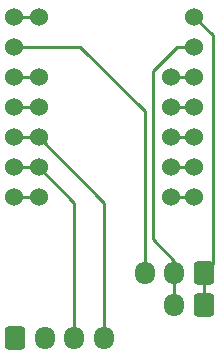
<source format=gbr>
%TF.GenerationSoftware,KiCad,Pcbnew,(6.0.5)*%
%TF.CreationDate,2025-09-07T14:18:53-04:00*%
%TF.ProjectId,inf_mirror_board_rev1,696e665f-6d69-4727-926f-725f626f6172,rev?*%
%TF.SameCoordinates,Original*%
%TF.FileFunction,Copper,L1,Top*%
%TF.FilePolarity,Positive*%
%FSLAX46Y46*%
G04 Gerber Fmt 4.6, Leading zero omitted, Abs format (unit mm)*
G04 Created by KiCad (PCBNEW (6.0.5)) date 2025-09-07 14:18:53*
%MOMM*%
%LPD*%
G01*
G04 APERTURE LIST*
G04 Aperture macros list*
%AMRoundRect*
0 Rectangle with rounded corners*
0 $1 Rounding radius*
0 $2 $3 $4 $5 $6 $7 $8 $9 X,Y pos of 4 corners*
0 Add a 4 corners polygon primitive as box body*
4,1,4,$2,$3,$4,$5,$6,$7,$8,$9,$2,$3,0*
0 Add four circle primitives for the rounded corners*
1,1,$1+$1,$2,$3*
1,1,$1+$1,$4,$5*
1,1,$1+$1,$6,$7*
1,1,$1+$1,$8,$9*
0 Add four rect primitives between the rounded corners*
20,1,$1+$1,$2,$3,$4,$5,0*
20,1,$1+$1,$4,$5,$6,$7,0*
20,1,$1+$1,$6,$7,$8,$9,0*
20,1,$1+$1,$8,$9,$2,$3,0*%
G04 Aperture macros list end*
%TA.AperFunction,ComponentPad*%
%ADD10C,1.524000*%
%TD*%
%TA.AperFunction,ComponentPad*%
%ADD11RoundRect,0.250000X0.600000X0.725000X-0.600000X0.725000X-0.600000X-0.725000X0.600000X-0.725000X0*%
%TD*%
%TA.AperFunction,ComponentPad*%
%ADD12O,1.700000X1.950000*%
%TD*%
%TA.AperFunction,ComponentPad*%
%ADD13RoundRect,0.250000X-0.600000X-0.725000X0.600000X-0.725000X0.600000X0.725000X-0.600000X0.725000X0*%
%TD*%
%TA.AperFunction,Conductor*%
%ADD14C,0.250000*%
%TD*%
G04 APERTURE END LIST*
D10*
%TO.P,,6,PA9_A5_D5_SCL*%
%TO.N,Net-(U1-Pad6)*%
X132080000Y-90424000D03*
%TD*%
%TO.P,,5,PA8_A4_D4_SDA*%
%TO.N,Net-(U1-Pad5)*%
X132080000Y-87884000D03*
%TD*%
%TO.P,,7,PB08_A6_D6_TX*%
%TO.N,unconnected-(U1-Pad7)*%
X132080000Y-92964000D03*
%TD*%
D11*
%TO.P,,1,vcc*%
%TO.N,Net-(U1-Pad14)*%
X146050000Y-102108000D03*
%TD*%
D10*
%TO.P,,3,PA10_A2_D2*%
%TO.N,unconnected-(U1-Pad3)*%
X132080000Y-82804000D03*
%TD*%
%TO.P,,8,PB09_A7_D7_RX*%
%TO.N,unconnected-(U1-Pad8)*%
X143256000Y-92964000D03*
%TD*%
%TO.P,,1,PA02_A0_D0*%
%TO.N,unconnected-(U1-Pad1)*%
X132080000Y-77724000D03*
%TD*%
D12*
%TO.P,LEDs,3,Din*%
%TO.N,Net-(U1-Pad2)*%
X141050000Y-99360000D03*
%TO.P,LEDs,2,Gnd*%
%TO.N,Net-(U1-Pad13)*%
X143550000Y-99360000D03*
D11*
%TO.P,LEDs,1,vcc*%
%TO.N,Net-(U1-Pad14)*%
X146050000Y-99360000D03*
%TD*%
D10*
%TO.P,,12,3V3*%
%TO.N,unconnected-(U1-Pad12)*%
X143256000Y-82804000D03*
%TD*%
D12*
%TO.P,,2,Gnd*%
%TO.N,Net-(U1-Pad13)*%
X143550000Y-102108000D03*
%TD*%
D10*
%TO.P,,9,PA7_A8_D8_SCK*%
%TO.N,unconnected-(U1-Pad9)*%
X143256000Y-90424000D03*
%TD*%
%TO.P,,10,PA5_A9_D9_MISO*%
%TO.N,unconnected-(U1-Pad10)*%
X143256000Y-87884000D03*
%TD*%
%TO.P,,4,PA11_A3_D3*%
%TO.N,unconnected-(U1-Pad4)*%
X132080000Y-85344000D03*
%TD*%
%TO.P,,11,PA6_A10_D10_MOSI*%
%TO.N,unconnected-(U1-Pad11)*%
X143256000Y-85344000D03*
%TD*%
%TO.P,U1,14,5V*%
%TO.N,Net-(U1-Pad14)*%
X145248000Y-77673500D03*
%TO.P,U1,13,GND*%
%TO.N,Net-(U1-Pad13)*%
X145248000Y-80213500D03*
%TO.P,U1,12,3V3*%
%TO.N,unconnected-(U1-Pad12)*%
X145248000Y-82753500D03*
%TO.P,U1,11,PA6_A10_D10_MOSI*%
%TO.N,unconnected-(U1-Pad11)*%
X145248000Y-85293500D03*
%TO.P,U1,10,PA5_A9_D9_MISO*%
%TO.N,unconnected-(U1-Pad10)*%
X145248000Y-87833500D03*
%TO.P,U1,9,PA7_A8_D8_SCK*%
%TO.N,unconnected-(U1-Pad9)*%
X145248000Y-90373500D03*
%TO.P,U1,8,PB09_A7_D7_RX*%
%TO.N,unconnected-(U1-Pad8)*%
X145248000Y-92913500D03*
%TO.P,U1,7,PB08_A6_D6_TX*%
%TO.N,unconnected-(U1-Pad7)*%
X130008000Y-92913500D03*
%TO.P,U1,6,PA9_A5_D5_SCL*%
%TO.N,Net-(U1-Pad6)*%
X130008000Y-90373500D03*
%TO.P,U1,5,PA8_A4_D4_SDA*%
%TO.N,Net-(U1-Pad5)*%
X130008000Y-87833500D03*
%TO.P,U1,4,PA11_A3_D3*%
%TO.N,unconnected-(U1-Pad4)*%
X130008000Y-85293500D03*
%TO.P,U1,3,PA10_A2_D2*%
%TO.N,unconnected-(U1-Pad3)*%
X130008000Y-82753500D03*
%TO.P,U1,2,PA4_A1_D1*%
%TO.N,Net-(U1-Pad2)*%
X130008000Y-80213500D03*
%TO.P,U1,1,PA02_A0_D0*%
%TO.N,unconnected-(U1-Pad1)*%
X130008000Y-77673500D03*
%TD*%
D12*
%TO.P,Accel,4,SDA*%
%TO.N,Net-(U1-Pad5)*%
X137608000Y-104856000D03*
%TO.P,Accel,3,SCL*%
%TO.N,Net-(U1-Pad6)*%
X135108000Y-104856000D03*
%TO.P,Accel,2,Gnd*%
%TO.N,Net-(U1-Pad13)*%
X132608000Y-104856000D03*
D13*
%TO.P,Accel,1,Vcc*%
%TO.N,Net-(U1-Pad14)*%
X130108000Y-104856000D03*
%TD*%
D14*
%TO.N,Net-(U1-Pad6)*%
X135108000Y-93452000D02*
X135108000Y-104856000D01*
X132080000Y-90424000D02*
X135108000Y-93452000D01*
X132029500Y-90373500D02*
X132080000Y-90424000D01*
X130008000Y-90373500D02*
X132029500Y-90373500D01*
%TO.N,Net-(U1-Pad5)*%
X137608000Y-93412000D02*
X137608000Y-104856000D01*
X132080000Y-87884000D02*
X137608000Y-93412000D01*
X132029500Y-87833500D02*
X132080000Y-87884000D01*
X130008000Y-87833500D02*
X132029500Y-87833500D01*
%TO.N,unconnected-(U1-Pad7)*%
X132080000Y-92964000D02*
X130058500Y-92964000D01*
X130058500Y-92964000D02*
X130008000Y-92913500D01*
%TO.N,unconnected-(U1-Pad4)*%
X132080000Y-85344000D02*
X130058500Y-85344000D01*
X130058500Y-85344000D02*
X130008000Y-85293500D01*
%TO.N,unconnected-(U1-Pad3)*%
X132029500Y-82753500D02*
X132080000Y-82804000D01*
X130008000Y-82753500D02*
X132029500Y-82753500D01*
%TO.N,Net-(U1-Pad2)*%
X135585500Y-80213500D02*
X130008000Y-80213500D01*
X141050000Y-85678000D02*
X135585500Y-80213500D01*
X141050000Y-99360000D02*
X141050000Y-85678000D01*
%TO.N,unconnected-(U1-Pad1)*%
X132029500Y-77673500D02*
X132080000Y-77724000D01*
X130008000Y-77673500D02*
X132029500Y-77673500D01*
%TO.N,unconnected-(U1-Pad8)*%
X143256000Y-92964000D02*
X145197500Y-92964000D01*
X145197500Y-92964000D02*
X145248000Y-92913500D01*
%TO.N,unconnected-(U1-Pad9)*%
X145197500Y-90424000D02*
X145248000Y-90373500D01*
X143256000Y-90424000D02*
X145197500Y-90424000D01*
%TO.N,unconnected-(U1-Pad10)*%
X145197500Y-87884000D02*
X145248000Y-87833500D01*
X143256000Y-87884000D02*
X145197500Y-87884000D01*
%TO.N,unconnected-(U1-Pad11)*%
X143256000Y-85344000D02*
X145197500Y-85344000D01*
X145197500Y-85344000D02*
X145248000Y-85293500D01*
%TO.N,unconnected-(U1-Pad12)*%
X145248000Y-82753500D02*
X143306500Y-82753500D01*
X143306500Y-82753500D02*
X143256000Y-82804000D01*
%TO.N,Net-(U1-Pad13)*%
X141732000Y-96520000D02*
X141732000Y-82296000D01*
X145248000Y-80476304D02*
X145248000Y-80213500D01*
X143550000Y-98338000D02*
X141732000Y-96520000D01*
X143814500Y-80213500D02*
X141732000Y-82296000D01*
X143550000Y-102108000D02*
X143550000Y-99360000D01*
X143550000Y-99360000D02*
X143550000Y-98338000D01*
X145248000Y-80213500D02*
X143814500Y-80213500D01*
%TO.N,Net-(U1-Pad14)*%
X145248000Y-77673500D02*
X146812000Y-79237500D01*
X146812000Y-79237500D02*
X146812000Y-98598000D01*
X146050000Y-102108000D02*
X146050000Y-99360000D01*
X146812000Y-98598000D02*
X146050000Y-99360000D01*
%TD*%
M02*

</source>
